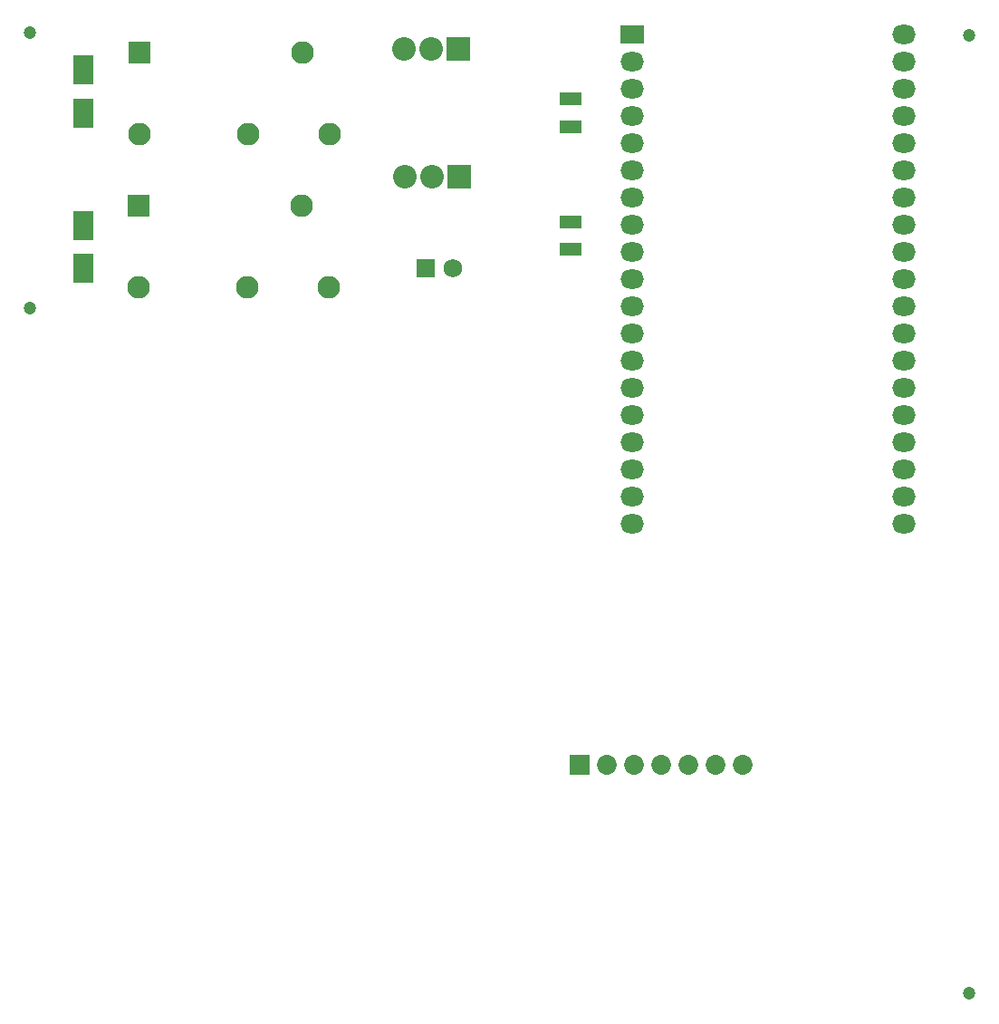
<source format=gts>
G04*
G04 #@! TF.GenerationSoftware,Altium Limited,Altium Designer,21.7.2 (23)*
G04*
G04 Layer_Color=8388736*
%FSLAX25Y25*%
%MOIN*%
G70*
G04*
G04 #@! TF.SameCoordinates,BCDA84E1-426D-41BB-A13D-26443B01BCB4*
G04*
G04*
G04 #@! TF.FilePolarity,Negative*
G04*
G01*
G75*
%ADD18R,0.07887X0.04934*%
%ADD19R,0.07493X0.10642*%
%ADD20C,0.07296*%
%ADD21R,0.07296X0.07296*%
%ADD22C,0.04737*%
%ADD23R,0.08674X0.08674*%
%ADD24C,0.08674*%
%ADD25R,0.06902X0.06902*%
%ADD26C,0.06902*%
%ADD27C,0.08280*%
%ADD28R,0.08280X0.08280*%
%ADD29O,0.08674X0.07099*%
%ADD30R,0.08674X0.07099*%
D18*
X600394Y438091D02*
D03*
Y428051D02*
D03*
Y382776D02*
D03*
Y392815D02*
D03*
D19*
X421260Y433071D02*
D03*
Y448819D02*
D03*
Y391732D02*
D03*
Y375984D02*
D03*
D20*
X663937Y193307D02*
D03*
X653937D02*
D03*
X643937D02*
D03*
X633937D02*
D03*
X623937D02*
D03*
X613937D02*
D03*
D21*
X603937D02*
D03*
D22*
X747047Y109252D02*
D03*
Y461614D02*
D03*
X401575Y361221D02*
D03*
Y462598D02*
D03*
D23*
X559055Y456693D02*
D03*
X559370Y409449D02*
D03*
D24*
X539055Y456693D02*
D03*
X549055D02*
D03*
X549370Y409449D02*
D03*
X539370D02*
D03*
D25*
X547244Y375984D02*
D03*
D26*
X557244D02*
D03*
D27*
X441378Y368858D02*
D03*
X481378D02*
D03*
X511378D02*
D03*
X501378Y398858D02*
D03*
X441811Y425197D02*
D03*
X481811D02*
D03*
X511811D02*
D03*
X501811Y455197D02*
D03*
D28*
X441378Y398858D02*
D03*
X441811Y455197D02*
D03*
D29*
X723228Y282047D02*
D03*
Y292047D02*
D03*
Y302047D02*
D03*
Y312047D02*
D03*
Y322047D02*
D03*
Y332047D02*
D03*
Y342047D02*
D03*
Y352047D02*
D03*
Y362047D02*
D03*
Y372047D02*
D03*
Y382047D02*
D03*
Y392047D02*
D03*
Y402047D02*
D03*
Y412047D02*
D03*
Y422047D02*
D03*
Y432047D02*
D03*
Y442047D02*
D03*
Y452047D02*
D03*
Y462047D02*
D03*
X623228Y282047D02*
D03*
Y292047D02*
D03*
Y302047D02*
D03*
Y312047D02*
D03*
Y322047D02*
D03*
Y332047D02*
D03*
Y342047D02*
D03*
Y352047D02*
D03*
Y362047D02*
D03*
Y372047D02*
D03*
Y382047D02*
D03*
Y392047D02*
D03*
Y402047D02*
D03*
Y412047D02*
D03*
Y422047D02*
D03*
Y432047D02*
D03*
Y442047D02*
D03*
Y452047D02*
D03*
D30*
Y462047D02*
D03*
M02*

</source>
